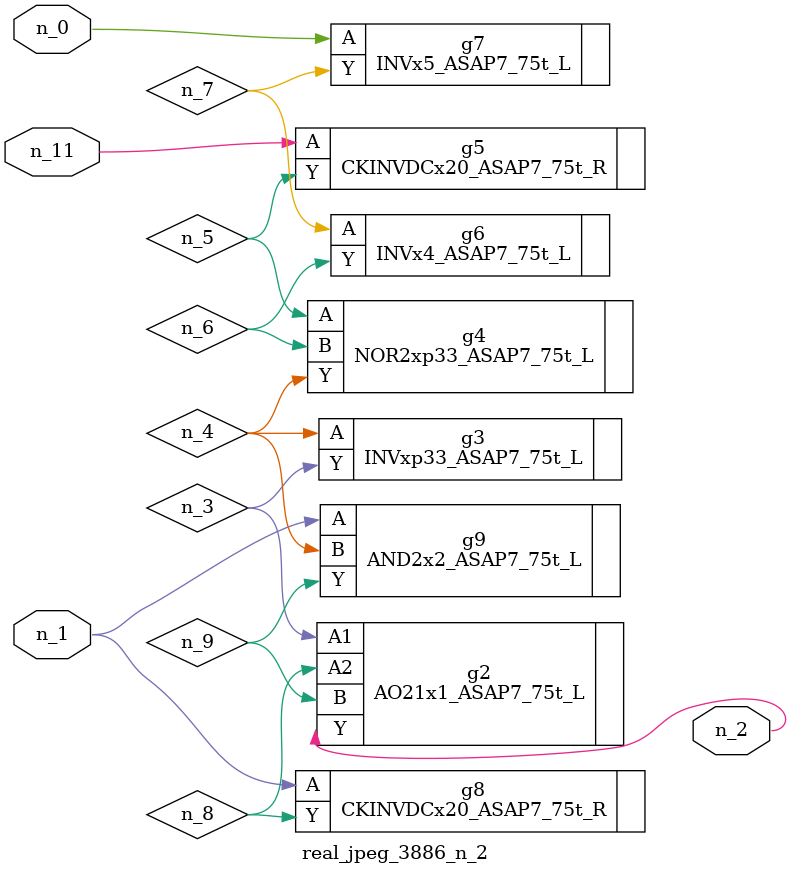
<source format=v>
module real_jpeg_3886_n_2 (n_1, n_11, n_0, n_2);

input n_1;
input n_11;
input n_0;

output n_2;

wire n_5;
wire n_8;
wire n_4;
wire n_6;
wire n_7;
wire n_3;
wire n_9;

INVx5_ASAP7_75t_L g7 ( 
.A(n_0),
.Y(n_7)
);

CKINVDCx20_ASAP7_75t_R g8 ( 
.A(n_1),
.Y(n_8)
);

AND2x2_ASAP7_75t_L g9 ( 
.A(n_1),
.B(n_4),
.Y(n_9)
);

AO21x1_ASAP7_75t_L g2 ( 
.A1(n_3),
.A2(n_8),
.B(n_9),
.Y(n_2)
);

INVxp33_ASAP7_75t_L g3 ( 
.A(n_4),
.Y(n_3)
);

NOR2xp33_ASAP7_75t_L g4 ( 
.A(n_5),
.B(n_6),
.Y(n_4)
);

INVx4_ASAP7_75t_L g6 ( 
.A(n_7),
.Y(n_6)
);

CKINVDCx20_ASAP7_75t_R g5 ( 
.A(n_11),
.Y(n_5)
);


endmodule
</source>
